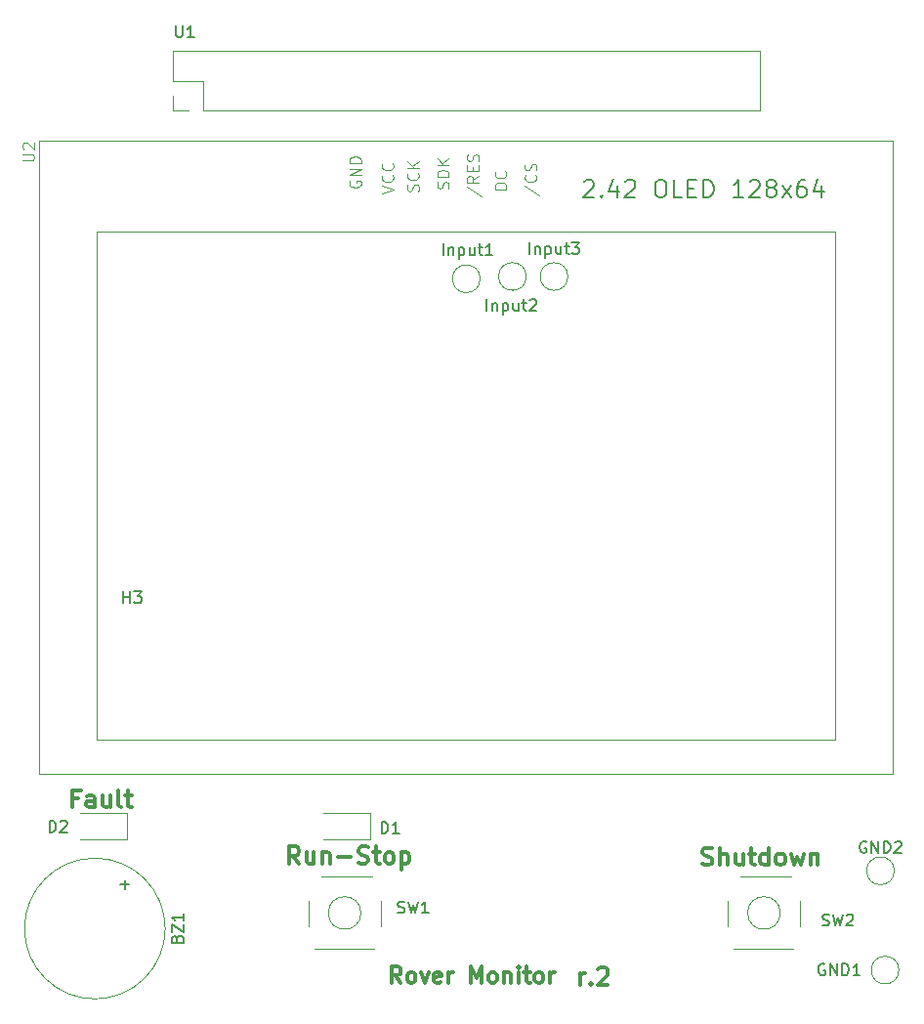
<source format=gbr>
%TF.GenerationSoftware,KiCad,Pcbnew,8.0.9-8.0.9-0~ubuntu24.04.1*%
%TF.CreationDate,2025-11-19T12:46:58-08:00*%
%TF.ProjectId,rover_monitor_r2,726f7665-725f-46d6-9f6e-69746f725f72,rev?*%
%TF.SameCoordinates,Original*%
%TF.FileFunction,Legend,Top*%
%TF.FilePolarity,Positive*%
%FSLAX46Y46*%
G04 Gerber Fmt 4.6, Leading zero omitted, Abs format (unit mm)*
G04 Created by KiCad (PCBNEW 8.0.9-8.0.9-0~ubuntu24.04.1) date 2025-11-19 12:46:58*
%MOMM*%
%LPD*%
G01*
G04 APERTURE LIST*
%ADD10C,0.300000*%
%ADD11C,0.150000*%
%ADD12C,0.100000*%
%ADD13C,0.200000*%
%ADD14C,0.120000*%
G04 APERTURE END LIST*
D10*
X51368110Y-128838314D02*
X50868110Y-128838314D01*
X50868110Y-129624028D02*
X50868110Y-128124028D01*
X50868110Y-128124028D02*
X51582396Y-128124028D01*
X52796682Y-129624028D02*
X52796682Y-128838314D01*
X52796682Y-128838314D02*
X52725253Y-128695457D01*
X52725253Y-128695457D02*
X52582396Y-128624028D01*
X52582396Y-128624028D02*
X52296682Y-128624028D01*
X52296682Y-128624028D02*
X52153824Y-128695457D01*
X52796682Y-129552600D02*
X52653824Y-129624028D01*
X52653824Y-129624028D02*
X52296682Y-129624028D01*
X52296682Y-129624028D02*
X52153824Y-129552600D01*
X52153824Y-129552600D02*
X52082396Y-129409742D01*
X52082396Y-129409742D02*
X52082396Y-129266885D01*
X52082396Y-129266885D02*
X52153824Y-129124028D01*
X52153824Y-129124028D02*
X52296682Y-129052600D01*
X52296682Y-129052600D02*
X52653824Y-129052600D01*
X52653824Y-129052600D02*
X52796682Y-128981171D01*
X54153825Y-128624028D02*
X54153825Y-129624028D01*
X53510967Y-128624028D02*
X53510967Y-129409742D01*
X53510967Y-129409742D02*
X53582396Y-129552600D01*
X53582396Y-129552600D02*
X53725253Y-129624028D01*
X53725253Y-129624028D02*
X53939539Y-129624028D01*
X53939539Y-129624028D02*
X54082396Y-129552600D01*
X54082396Y-129552600D02*
X54153825Y-129481171D01*
X55082396Y-129624028D02*
X54939539Y-129552600D01*
X54939539Y-129552600D02*
X54868110Y-129409742D01*
X54868110Y-129409742D02*
X54868110Y-128124028D01*
X55439539Y-128624028D02*
X56010967Y-128624028D01*
X55653824Y-128124028D02*
X55653824Y-129409742D01*
X55653824Y-129409742D02*
X55725253Y-129552600D01*
X55725253Y-129552600D02*
X55868110Y-129624028D01*
X55868110Y-129624028D02*
X56010967Y-129624028D01*
X94868110Y-145024028D02*
X94868110Y-144024028D01*
X94868110Y-144309742D02*
X94939539Y-144166885D01*
X94939539Y-144166885D02*
X95010968Y-144095457D01*
X95010968Y-144095457D02*
X95153825Y-144024028D01*
X95153825Y-144024028D02*
X95296682Y-144024028D01*
X95796681Y-144881171D02*
X95868110Y-144952600D01*
X95868110Y-144952600D02*
X95796681Y-145024028D01*
X95796681Y-145024028D02*
X95725253Y-144952600D01*
X95725253Y-144952600D02*
X95796681Y-144881171D01*
X95796681Y-144881171D02*
X95796681Y-145024028D01*
X96439539Y-143666885D02*
X96510967Y-143595457D01*
X96510967Y-143595457D02*
X96653825Y-143524028D01*
X96653825Y-143524028D02*
X97010967Y-143524028D01*
X97010967Y-143524028D02*
X97153825Y-143595457D01*
X97153825Y-143595457D02*
X97225253Y-143666885D01*
X97225253Y-143666885D02*
X97296682Y-143809742D01*
X97296682Y-143809742D02*
X97296682Y-143952600D01*
X97296682Y-143952600D02*
X97225253Y-144166885D01*
X97225253Y-144166885D02*
X96368110Y-145024028D01*
X96368110Y-145024028D02*
X97296682Y-145024028D01*
X70525253Y-134524028D02*
X70025253Y-133809742D01*
X69668110Y-134524028D02*
X69668110Y-133024028D01*
X69668110Y-133024028D02*
X70239539Y-133024028D01*
X70239539Y-133024028D02*
X70382396Y-133095457D01*
X70382396Y-133095457D02*
X70453825Y-133166885D01*
X70453825Y-133166885D02*
X70525253Y-133309742D01*
X70525253Y-133309742D02*
X70525253Y-133524028D01*
X70525253Y-133524028D02*
X70453825Y-133666885D01*
X70453825Y-133666885D02*
X70382396Y-133738314D01*
X70382396Y-133738314D02*
X70239539Y-133809742D01*
X70239539Y-133809742D02*
X69668110Y-133809742D01*
X71810968Y-133524028D02*
X71810968Y-134524028D01*
X71168110Y-133524028D02*
X71168110Y-134309742D01*
X71168110Y-134309742D02*
X71239539Y-134452600D01*
X71239539Y-134452600D02*
X71382396Y-134524028D01*
X71382396Y-134524028D02*
X71596682Y-134524028D01*
X71596682Y-134524028D02*
X71739539Y-134452600D01*
X71739539Y-134452600D02*
X71810968Y-134381171D01*
X72525253Y-133524028D02*
X72525253Y-134524028D01*
X72525253Y-133666885D02*
X72596682Y-133595457D01*
X72596682Y-133595457D02*
X72739539Y-133524028D01*
X72739539Y-133524028D02*
X72953825Y-133524028D01*
X72953825Y-133524028D02*
X73096682Y-133595457D01*
X73096682Y-133595457D02*
X73168111Y-133738314D01*
X73168111Y-133738314D02*
X73168111Y-134524028D01*
X73882396Y-133952600D02*
X75025254Y-133952600D01*
X75668111Y-134452600D02*
X75882397Y-134524028D01*
X75882397Y-134524028D02*
X76239539Y-134524028D01*
X76239539Y-134524028D02*
X76382397Y-134452600D01*
X76382397Y-134452600D02*
X76453825Y-134381171D01*
X76453825Y-134381171D02*
X76525254Y-134238314D01*
X76525254Y-134238314D02*
X76525254Y-134095457D01*
X76525254Y-134095457D02*
X76453825Y-133952600D01*
X76453825Y-133952600D02*
X76382397Y-133881171D01*
X76382397Y-133881171D02*
X76239539Y-133809742D01*
X76239539Y-133809742D02*
X75953825Y-133738314D01*
X75953825Y-133738314D02*
X75810968Y-133666885D01*
X75810968Y-133666885D02*
X75739539Y-133595457D01*
X75739539Y-133595457D02*
X75668111Y-133452600D01*
X75668111Y-133452600D02*
X75668111Y-133309742D01*
X75668111Y-133309742D02*
X75739539Y-133166885D01*
X75739539Y-133166885D02*
X75810968Y-133095457D01*
X75810968Y-133095457D02*
X75953825Y-133024028D01*
X75953825Y-133024028D02*
X76310968Y-133024028D01*
X76310968Y-133024028D02*
X76525254Y-133095457D01*
X76953825Y-133524028D02*
X77525253Y-133524028D01*
X77168110Y-133024028D02*
X77168110Y-134309742D01*
X77168110Y-134309742D02*
X77239539Y-134452600D01*
X77239539Y-134452600D02*
X77382396Y-134524028D01*
X77382396Y-134524028D02*
X77525253Y-134524028D01*
X78239539Y-134524028D02*
X78096682Y-134452600D01*
X78096682Y-134452600D02*
X78025253Y-134381171D01*
X78025253Y-134381171D02*
X77953825Y-134238314D01*
X77953825Y-134238314D02*
X77953825Y-133809742D01*
X77953825Y-133809742D02*
X78025253Y-133666885D01*
X78025253Y-133666885D02*
X78096682Y-133595457D01*
X78096682Y-133595457D02*
X78239539Y-133524028D01*
X78239539Y-133524028D02*
X78453825Y-133524028D01*
X78453825Y-133524028D02*
X78596682Y-133595457D01*
X78596682Y-133595457D02*
X78668111Y-133666885D01*
X78668111Y-133666885D02*
X78739539Y-133809742D01*
X78739539Y-133809742D02*
X78739539Y-134238314D01*
X78739539Y-134238314D02*
X78668111Y-134381171D01*
X78668111Y-134381171D02*
X78596682Y-134452600D01*
X78596682Y-134452600D02*
X78453825Y-134524028D01*
X78453825Y-134524028D02*
X78239539Y-134524028D01*
X79382396Y-133524028D02*
X79382396Y-135024028D01*
X79382396Y-133595457D02*
X79525254Y-133524028D01*
X79525254Y-133524028D02*
X79810968Y-133524028D01*
X79810968Y-133524028D02*
X79953825Y-133595457D01*
X79953825Y-133595457D02*
X80025254Y-133666885D01*
X80025254Y-133666885D02*
X80096682Y-133809742D01*
X80096682Y-133809742D02*
X80096682Y-134238314D01*
X80096682Y-134238314D02*
X80025254Y-134381171D01*
X80025254Y-134381171D02*
X79953825Y-134452600D01*
X79953825Y-134452600D02*
X79810968Y-134524028D01*
X79810968Y-134524028D02*
X79525254Y-134524028D01*
X79525254Y-134524028D02*
X79382396Y-134452600D01*
X79344301Y-144836266D02*
X78877634Y-144169600D01*
X78544301Y-144836266D02*
X78544301Y-143436266D01*
X78544301Y-143436266D02*
X79077634Y-143436266D01*
X79077634Y-143436266D02*
X79210968Y-143502933D01*
X79210968Y-143502933D02*
X79277634Y-143569600D01*
X79277634Y-143569600D02*
X79344301Y-143702933D01*
X79344301Y-143702933D02*
X79344301Y-143902933D01*
X79344301Y-143902933D02*
X79277634Y-144036266D01*
X79277634Y-144036266D02*
X79210968Y-144102933D01*
X79210968Y-144102933D02*
X79077634Y-144169600D01*
X79077634Y-144169600D02*
X78544301Y-144169600D01*
X80144301Y-144836266D02*
X80010968Y-144769600D01*
X80010968Y-144769600D02*
X79944301Y-144702933D01*
X79944301Y-144702933D02*
X79877634Y-144569600D01*
X79877634Y-144569600D02*
X79877634Y-144169600D01*
X79877634Y-144169600D02*
X79944301Y-144036266D01*
X79944301Y-144036266D02*
X80010968Y-143969600D01*
X80010968Y-143969600D02*
X80144301Y-143902933D01*
X80144301Y-143902933D02*
X80344301Y-143902933D01*
X80344301Y-143902933D02*
X80477634Y-143969600D01*
X80477634Y-143969600D02*
X80544301Y-144036266D01*
X80544301Y-144036266D02*
X80610968Y-144169600D01*
X80610968Y-144169600D02*
X80610968Y-144569600D01*
X80610968Y-144569600D02*
X80544301Y-144702933D01*
X80544301Y-144702933D02*
X80477634Y-144769600D01*
X80477634Y-144769600D02*
X80344301Y-144836266D01*
X80344301Y-144836266D02*
X80144301Y-144836266D01*
X81077635Y-143902933D02*
X81410968Y-144836266D01*
X81410968Y-144836266D02*
X81744301Y-143902933D01*
X82810968Y-144769600D02*
X82677635Y-144836266D01*
X82677635Y-144836266D02*
X82410968Y-144836266D01*
X82410968Y-144836266D02*
X82277635Y-144769600D01*
X82277635Y-144769600D02*
X82210968Y-144636266D01*
X82210968Y-144636266D02*
X82210968Y-144102933D01*
X82210968Y-144102933D02*
X82277635Y-143969600D01*
X82277635Y-143969600D02*
X82410968Y-143902933D01*
X82410968Y-143902933D02*
X82677635Y-143902933D01*
X82677635Y-143902933D02*
X82810968Y-143969600D01*
X82810968Y-143969600D02*
X82877635Y-144102933D01*
X82877635Y-144102933D02*
X82877635Y-144236266D01*
X82877635Y-144236266D02*
X82210968Y-144369600D01*
X83477635Y-144836266D02*
X83477635Y-143902933D01*
X83477635Y-144169600D02*
X83544302Y-144036266D01*
X83544302Y-144036266D02*
X83610968Y-143969600D01*
X83610968Y-143969600D02*
X83744302Y-143902933D01*
X83744302Y-143902933D02*
X83877635Y-143902933D01*
X85410969Y-144836266D02*
X85410969Y-143436266D01*
X85410969Y-143436266D02*
X85877636Y-144436266D01*
X85877636Y-144436266D02*
X86344302Y-143436266D01*
X86344302Y-143436266D02*
X86344302Y-144836266D01*
X87210969Y-144836266D02*
X87077636Y-144769600D01*
X87077636Y-144769600D02*
X87010969Y-144702933D01*
X87010969Y-144702933D02*
X86944302Y-144569600D01*
X86944302Y-144569600D02*
X86944302Y-144169600D01*
X86944302Y-144169600D02*
X87010969Y-144036266D01*
X87010969Y-144036266D02*
X87077636Y-143969600D01*
X87077636Y-143969600D02*
X87210969Y-143902933D01*
X87210969Y-143902933D02*
X87410969Y-143902933D01*
X87410969Y-143902933D02*
X87544302Y-143969600D01*
X87544302Y-143969600D02*
X87610969Y-144036266D01*
X87610969Y-144036266D02*
X87677636Y-144169600D01*
X87677636Y-144169600D02*
X87677636Y-144569600D01*
X87677636Y-144569600D02*
X87610969Y-144702933D01*
X87610969Y-144702933D02*
X87544302Y-144769600D01*
X87544302Y-144769600D02*
X87410969Y-144836266D01*
X87410969Y-144836266D02*
X87210969Y-144836266D01*
X88277636Y-143902933D02*
X88277636Y-144836266D01*
X88277636Y-144036266D02*
X88344303Y-143969600D01*
X88344303Y-143969600D02*
X88477636Y-143902933D01*
X88477636Y-143902933D02*
X88677636Y-143902933D01*
X88677636Y-143902933D02*
X88810969Y-143969600D01*
X88810969Y-143969600D02*
X88877636Y-144102933D01*
X88877636Y-144102933D02*
X88877636Y-144836266D01*
X89544303Y-144836266D02*
X89544303Y-143902933D01*
X89544303Y-143436266D02*
X89477636Y-143502933D01*
X89477636Y-143502933D02*
X89544303Y-143569600D01*
X89544303Y-143569600D02*
X89610970Y-143502933D01*
X89610970Y-143502933D02*
X89544303Y-143436266D01*
X89544303Y-143436266D02*
X89544303Y-143569600D01*
X90010970Y-143902933D02*
X90544303Y-143902933D01*
X90210970Y-143436266D02*
X90210970Y-144636266D01*
X90210970Y-144636266D02*
X90277637Y-144769600D01*
X90277637Y-144769600D02*
X90410970Y-144836266D01*
X90410970Y-144836266D02*
X90544303Y-144836266D01*
X91210970Y-144836266D02*
X91077637Y-144769600D01*
X91077637Y-144769600D02*
X91010970Y-144702933D01*
X91010970Y-144702933D02*
X90944303Y-144569600D01*
X90944303Y-144569600D02*
X90944303Y-144169600D01*
X90944303Y-144169600D02*
X91010970Y-144036266D01*
X91010970Y-144036266D02*
X91077637Y-143969600D01*
X91077637Y-143969600D02*
X91210970Y-143902933D01*
X91210970Y-143902933D02*
X91410970Y-143902933D01*
X91410970Y-143902933D02*
X91544303Y-143969600D01*
X91544303Y-143969600D02*
X91610970Y-144036266D01*
X91610970Y-144036266D02*
X91677637Y-144169600D01*
X91677637Y-144169600D02*
X91677637Y-144569600D01*
X91677637Y-144569600D02*
X91610970Y-144702933D01*
X91610970Y-144702933D02*
X91544303Y-144769600D01*
X91544303Y-144769600D02*
X91410970Y-144836266D01*
X91410970Y-144836266D02*
X91210970Y-144836266D01*
X92277637Y-144836266D02*
X92277637Y-143902933D01*
X92277637Y-144169600D02*
X92344304Y-144036266D01*
X92344304Y-144036266D02*
X92410970Y-143969600D01*
X92410970Y-143969600D02*
X92544304Y-143902933D01*
X92544304Y-143902933D02*
X92677637Y-143902933D01*
X105496682Y-134552600D02*
X105710968Y-134624028D01*
X105710968Y-134624028D02*
X106068110Y-134624028D01*
X106068110Y-134624028D02*
X106210968Y-134552600D01*
X106210968Y-134552600D02*
X106282396Y-134481171D01*
X106282396Y-134481171D02*
X106353825Y-134338314D01*
X106353825Y-134338314D02*
X106353825Y-134195457D01*
X106353825Y-134195457D02*
X106282396Y-134052600D01*
X106282396Y-134052600D02*
X106210968Y-133981171D01*
X106210968Y-133981171D02*
X106068110Y-133909742D01*
X106068110Y-133909742D02*
X105782396Y-133838314D01*
X105782396Y-133838314D02*
X105639539Y-133766885D01*
X105639539Y-133766885D02*
X105568110Y-133695457D01*
X105568110Y-133695457D02*
X105496682Y-133552600D01*
X105496682Y-133552600D02*
X105496682Y-133409742D01*
X105496682Y-133409742D02*
X105568110Y-133266885D01*
X105568110Y-133266885D02*
X105639539Y-133195457D01*
X105639539Y-133195457D02*
X105782396Y-133124028D01*
X105782396Y-133124028D02*
X106139539Y-133124028D01*
X106139539Y-133124028D02*
X106353825Y-133195457D01*
X106996681Y-134624028D02*
X106996681Y-133124028D01*
X107639539Y-134624028D02*
X107639539Y-133838314D01*
X107639539Y-133838314D02*
X107568110Y-133695457D01*
X107568110Y-133695457D02*
X107425253Y-133624028D01*
X107425253Y-133624028D02*
X107210967Y-133624028D01*
X107210967Y-133624028D02*
X107068110Y-133695457D01*
X107068110Y-133695457D02*
X106996681Y-133766885D01*
X108996682Y-133624028D02*
X108996682Y-134624028D01*
X108353824Y-133624028D02*
X108353824Y-134409742D01*
X108353824Y-134409742D02*
X108425253Y-134552600D01*
X108425253Y-134552600D02*
X108568110Y-134624028D01*
X108568110Y-134624028D02*
X108782396Y-134624028D01*
X108782396Y-134624028D02*
X108925253Y-134552600D01*
X108925253Y-134552600D02*
X108996682Y-134481171D01*
X109496682Y-133624028D02*
X110068110Y-133624028D01*
X109710967Y-133124028D02*
X109710967Y-134409742D01*
X109710967Y-134409742D02*
X109782396Y-134552600D01*
X109782396Y-134552600D02*
X109925253Y-134624028D01*
X109925253Y-134624028D02*
X110068110Y-134624028D01*
X111210968Y-134624028D02*
X111210968Y-133124028D01*
X111210968Y-134552600D02*
X111068110Y-134624028D01*
X111068110Y-134624028D02*
X110782396Y-134624028D01*
X110782396Y-134624028D02*
X110639539Y-134552600D01*
X110639539Y-134552600D02*
X110568110Y-134481171D01*
X110568110Y-134481171D02*
X110496682Y-134338314D01*
X110496682Y-134338314D02*
X110496682Y-133909742D01*
X110496682Y-133909742D02*
X110568110Y-133766885D01*
X110568110Y-133766885D02*
X110639539Y-133695457D01*
X110639539Y-133695457D02*
X110782396Y-133624028D01*
X110782396Y-133624028D02*
X111068110Y-133624028D01*
X111068110Y-133624028D02*
X111210968Y-133695457D01*
X112139539Y-134624028D02*
X111996682Y-134552600D01*
X111996682Y-134552600D02*
X111925253Y-134481171D01*
X111925253Y-134481171D02*
X111853825Y-134338314D01*
X111853825Y-134338314D02*
X111853825Y-133909742D01*
X111853825Y-133909742D02*
X111925253Y-133766885D01*
X111925253Y-133766885D02*
X111996682Y-133695457D01*
X111996682Y-133695457D02*
X112139539Y-133624028D01*
X112139539Y-133624028D02*
X112353825Y-133624028D01*
X112353825Y-133624028D02*
X112496682Y-133695457D01*
X112496682Y-133695457D02*
X112568111Y-133766885D01*
X112568111Y-133766885D02*
X112639539Y-133909742D01*
X112639539Y-133909742D02*
X112639539Y-134338314D01*
X112639539Y-134338314D02*
X112568111Y-134481171D01*
X112568111Y-134481171D02*
X112496682Y-134552600D01*
X112496682Y-134552600D02*
X112353825Y-134624028D01*
X112353825Y-134624028D02*
X112139539Y-134624028D01*
X113139539Y-133624028D02*
X113425254Y-134624028D01*
X113425254Y-134624028D02*
X113710968Y-133909742D01*
X113710968Y-133909742D02*
X113996682Y-134624028D01*
X113996682Y-134624028D02*
X114282396Y-133624028D01*
X114853825Y-133624028D02*
X114853825Y-134624028D01*
X114853825Y-133766885D02*
X114925254Y-133695457D01*
X114925254Y-133695457D02*
X115068111Y-133624028D01*
X115068111Y-133624028D02*
X115282397Y-133624028D01*
X115282397Y-133624028D02*
X115425254Y-133695457D01*
X115425254Y-133695457D02*
X115496683Y-133838314D01*
X115496683Y-133838314D02*
X115496683Y-134624028D01*
D11*
X59944609Y-141004152D02*
X59992228Y-140861295D01*
X59992228Y-140861295D02*
X60039847Y-140813676D01*
X60039847Y-140813676D02*
X60135085Y-140766057D01*
X60135085Y-140766057D02*
X60277942Y-140766057D01*
X60277942Y-140766057D02*
X60373180Y-140813676D01*
X60373180Y-140813676D02*
X60420800Y-140861295D01*
X60420800Y-140861295D02*
X60468419Y-140956533D01*
X60468419Y-140956533D02*
X60468419Y-141337485D01*
X60468419Y-141337485D02*
X59468419Y-141337485D01*
X59468419Y-141337485D02*
X59468419Y-141004152D01*
X59468419Y-141004152D02*
X59516038Y-140908914D01*
X59516038Y-140908914D02*
X59563657Y-140861295D01*
X59563657Y-140861295D02*
X59658895Y-140813676D01*
X59658895Y-140813676D02*
X59754133Y-140813676D01*
X59754133Y-140813676D02*
X59849371Y-140861295D01*
X59849371Y-140861295D02*
X59896990Y-140908914D01*
X59896990Y-140908914D02*
X59944609Y-141004152D01*
X59944609Y-141004152D02*
X59944609Y-141337485D01*
X59468419Y-140432723D02*
X59468419Y-139766057D01*
X59468419Y-139766057D02*
X60468419Y-140432723D01*
X60468419Y-140432723D02*
X60468419Y-139766057D01*
X60468419Y-138861295D02*
X60468419Y-139432723D01*
X60468419Y-139147009D02*
X59468419Y-139147009D01*
X59468419Y-139147009D02*
X59611276Y-139242247D01*
X59611276Y-139242247D02*
X59706514Y-139337485D01*
X59706514Y-139337485D02*
X59754133Y-139432723D01*
X55427466Y-136694151D02*
X55427466Y-135932247D01*
X55808419Y-136313199D02*
X55046514Y-136313199D01*
X116075504Y-143225638D02*
X115980266Y-143178019D01*
X115980266Y-143178019D02*
X115837409Y-143178019D01*
X115837409Y-143178019D02*
X115694552Y-143225638D01*
X115694552Y-143225638D02*
X115599314Y-143320876D01*
X115599314Y-143320876D02*
X115551695Y-143416114D01*
X115551695Y-143416114D02*
X115504076Y-143606590D01*
X115504076Y-143606590D02*
X115504076Y-143749447D01*
X115504076Y-143749447D02*
X115551695Y-143939923D01*
X115551695Y-143939923D02*
X115599314Y-144035161D01*
X115599314Y-144035161D02*
X115694552Y-144130400D01*
X115694552Y-144130400D02*
X115837409Y-144178019D01*
X115837409Y-144178019D02*
X115932647Y-144178019D01*
X115932647Y-144178019D02*
X116075504Y-144130400D01*
X116075504Y-144130400D02*
X116123123Y-144082780D01*
X116123123Y-144082780D02*
X116123123Y-143749447D01*
X116123123Y-143749447D02*
X115932647Y-143749447D01*
X116551695Y-144178019D02*
X116551695Y-143178019D01*
X116551695Y-143178019D02*
X117123123Y-144178019D01*
X117123123Y-144178019D02*
X117123123Y-143178019D01*
X117599314Y-144178019D02*
X117599314Y-143178019D01*
X117599314Y-143178019D02*
X117837409Y-143178019D01*
X117837409Y-143178019D02*
X117980266Y-143225638D01*
X117980266Y-143225638D02*
X118075504Y-143320876D01*
X118075504Y-143320876D02*
X118123123Y-143416114D01*
X118123123Y-143416114D02*
X118170742Y-143606590D01*
X118170742Y-143606590D02*
X118170742Y-143749447D01*
X118170742Y-143749447D02*
X118123123Y-143939923D01*
X118123123Y-143939923D02*
X118075504Y-144035161D01*
X118075504Y-144035161D02*
X117980266Y-144130400D01*
X117980266Y-144130400D02*
X117837409Y-144178019D01*
X117837409Y-144178019D02*
X117599314Y-144178019D01*
X119123123Y-144178019D02*
X118551695Y-144178019D01*
X118837409Y-144178019D02*
X118837409Y-143178019D01*
X118837409Y-143178019D02*
X118742171Y-143320876D01*
X118742171Y-143320876D02*
X118646933Y-143416114D01*
X118646933Y-143416114D02*
X118551695Y-143463733D01*
X82994552Y-81778019D02*
X82994552Y-80778019D01*
X83470742Y-81111352D02*
X83470742Y-81778019D01*
X83470742Y-81206590D02*
X83518361Y-81158971D01*
X83518361Y-81158971D02*
X83613599Y-81111352D01*
X83613599Y-81111352D02*
X83756456Y-81111352D01*
X83756456Y-81111352D02*
X83851694Y-81158971D01*
X83851694Y-81158971D02*
X83899313Y-81254209D01*
X83899313Y-81254209D02*
X83899313Y-81778019D01*
X84375504Y-81111352D02*
X84375504Y-82111352D01*
X84375504Y-81158971D02*
X84470742Y-81111352D01*
X84470742Y-81111352D02*
X84661218Y-81111352D01*
X84661218Y-81111352D02*
X84756456Y-81158971D01*
X84756456Y-81158971D02*
X84804075Y-81206590D01*
X84804075Y-81206590D02*
X84851694Y-81301828D01*
X84851694Y-81301828D02*
X84851694Y-81587542D01*
X84851694Y-81587542D02*
X84804075Y-81682780D01*
X84804075Y-81682780D02*
X84756456Y-81730400D01*
X84756456Y-81730400D02*
X84661218Y-81778019D01*
X84661218Y-81778019D02*
X84470742Y-81778019D01*
X84470742Y-81778019D02*
X84375504Y-81730400D01*
X85708837Y-81111352D02*
X85708837Y-81778019D01*
X85280266Y-81111352D02*
X85280266Y-81635161D01*
X85280266Y-81635161D02*
X85327885Y-81730400D01*
X85327885Y-81730400D02*
X85423123Y-81778019D01*
X85423123Y-81778019D02*
X85565980Y-81778019D01*
X85565980Y-81778019D02*
X85661218Y-81730400D01*
X85661218Y-81730400D02*
X85708837Y-81682780D01*
X86042171Y-81111352D02*
X86423123Y-81111352D01*
X86185028Y-80778019D02*
X86185028Y-81635161D01*
X86185028Y-81635161D02*
X86232647Y-81730400D01*
X86232647Y-81730400D02*
X86327885Y-81778019D01*
X86327885Y-81778019D02*
X86423123Y-81778019D01*
X87280266Y-81778019D02*
X86708838Y-81778019D01*
X86994552Y-81778019D02*
X86994552Y-80778019D01*
X86994552Y-80778019D02*
X86899314Y-80920876D01*
X86899314Y-80920876D02*
X86804076Y-81016114D01*
X86804076Y-81016114D02*
X86708838Y-81063733D01*
X48875505Y-131778019D02*
X48875505Y-130778019D01*
X48875505Y-130778019D02*
X49113600Y-130778019D01*
X49113600Y-130778019D02*
X49256457Y-130825638D01*
X49256457Y-130825638D02*
X49351695Y-130920876D01*
X49351695Y-130920876D02*
X49399314Y-131016114D01*
X49399314Y-131016114D02*
X49446933Y-131206590D01*
X49446933Y-131206590D02*
X49446933Y-131349447D01*
X49446933Y-131349447D02*
X49399314Y-131539923D01*
X49399314Y-131539923D02*
X49351695Y-131635161D01*
X49351695Y-131635161D02*
X49256457Y-131730400D01*
X49256457Y-131730400D02*
X49113600Y-131778019D01*
X49113600Y-131778019D02*
X48875505Y-131778019D01*
X49827886Y-130873257D02*
X49875505Y-130825638D01*
X49875505Y-130825638D02*
X49970743Y-130778019D01*
X49970743Y-130778019D02*
X50208838Y-130778019D01*
X50208838Y-130778019D02*
X50304076Y-130825638D01*
X50304076Y-130825638D02*
X50351695Y-130873257D01*
X50351695Y-130873257D02*
X50399314Y-130968495D01*
X50399314Y-130968495D02*
X50399314Y-131063733D01*
X50399314Y-131063733D02*
X50351695Y-131206590D01*
X50351695Y-131206590D02*
X49780267Y-131778019D01*
X49780267Y-131778019D02*
X50399314Y-131778019D01*
X55281695Y-111928019D02*
X55281695Y-110928019D01*
X55281695Y-111404209D02*
X55853123Y-111404209D01*
X55853123Y-111928019D02*
X55853123Y-110928019D01*
X56234076Y-110928019D02*
X56853123Y-110928019D01*
X56853123Y-110928019D02*
X56519790Y-111308971D01*
X56519790Y-111308971D02*
X56662647Y-111308971D01*
X56662647Y-111308971D02*
X56757885Y-111356590D01*
X56757885Y-111356590D02*
X56805504Y-111404209D01*
X56805504Y-111404209D02*
X56853123Y-111499447D01*
X56853123Y-111499447D02*
X56853123Y-111737542D01*
X56853123Y-111737542D02*
X56805504Y-111832780D01*
X56805504Y-111832780D02*
X56757885Y-111880400D01*
X56757885Y-111880400D02*
X56662647Y-111928019D01*
X56662647Y-111928019D02*
X56376933Y-111928019D01*
X56376933Y-111928019D02*
X56281695Y-111880400D01*
X56281695Y-111880400D02*
X56234076Y-111832780D01*
X119675504Y-132627638D02*
X119580266Y-132580019D01*
X119580266Y-132580019D02*
X119437409Y-132580019D01*
X119437409Y-132580019D02*
X119294552Y-132627638D01*
X119294552Y-132627638D02*
X119199314Y-132722876D01*
X119199314Y-132722876D02*
X119151695Y-132818114D01*
X119151695Y-132818114D02*
X119104076Y-133008590D01*
X119104076Y-133008590D02*
X119104076Y-133151447D01*
X119104076Y-133151447D02*
X119151695Y-133341923D01*
X119151695Y-133341923D02*
X119199314Y-133437161D01*
X119199314Y-133437161D02*
X119294552Y-133532400D01*
X119294552Y-133532400D02*
X119437409Y-133580019D01*
X119437409Y-133580019D02*
X119532647Y-133580019D01*
X119532647Y-133580019D02*
X119675504Y-133532400D01*
X119675504Y-133532400D02*
X119723123Y-133484780D01*
X119723123Y-133484780D02*
X119723123Y-133151447D01*
X119723123Y-133151447D02*
X119532647Y-133151447D01*
X120151695Y-133580019D02*
X120151695Y-132580019D01*
X120151695Y-132580019D02*
X120723123Y-133580019D01*
X120723123Y-133580019D02*
X120723123Y-132580019D01*
X121199314Y-133580019D02*
X121199314Y-132580019D01*
X121199314Y-132580019D02*
X121437409Y-132580019D01*
X121437409Y-132580019D02*
X121580266Y-132627638D01*
X121580266Y-132627638D02*
X121675504Y-132722876D01*
X121675504Y-132722876D02*
X121723123Y-132818114D01*
X121723123Y-132818114D02*
X121770742Y-133008590D01*
X121770742Y-133008590D02*
X121770742Y-133151447D01*
X121770742Y-133151447D02*
X121723123Y-133341923D01*
X121723123Y-133341923D02*
X121675504Y-133437161D01*
X121675504Y-133437161D02*
X121580266Y-133532400D01*
X121580266Y-133532400D02*
X121437409Y-133580019D01*
X121437409Y-133580019D02*
X121199314Y-133580019D01*
X122151695Y-132675257D02*
X122199314Y-132627638D01*
X122199314Y-132627638D02*
X122294552Y-132580019D01*
X122294552Y-132580019D02*
X122532647Y-132580019D01*
X122532647Y-132580019D02*
X122627885Y-132627638D01*
X122627885Y-132627638D02*
X122675504Y-132675257D01*
X122675504Y-132675257D02*
X122723123Y-132770495D01*
X122723123Y-132770495D02*
X122723123Y-132865733D01*
X122723123Y-132865733D02*
X122675504Y-133008590D01*
X122675504Y-133008590D02*
X122104076Y-133580019D01*
X122104076Y-133580019D02*
X122723123Y-133580019D01*
X115880267Y-139830400D02*
X116023124Y-139878019D01*
X116023124Y-139878019D02*
X116261219Y-139878019D01*
X116261219Y-139878019D02*
X116356457Y-139830400D01*
X116356457Y-139830400D02*
X116404076Y-139782780D01*
X116404076Y-139782780D02*
X116451695Y-139687542D01*
X116451695Y-139687542D02*
X116451695Y-139592304D01*
X116451695Y-139592304D02*
X116404076Y-139497066D01*
X116404076Y-139497066D02*
X116356457Y-139449447D01*
X116356457Y-139449447D02*
X116261219Y-139401828D01*
X116261219Y-139401828D02*
X116070743Y-139354209D01*
X116070743Y-139354209D02*
X115975505Y-139306590D01*
X115975505Y-139306590D02*
X115927886Y-139258971D01*
X115927886Y-139258971D02*
X115880267Y-139163733D01*
X115880267Y-139163733D02*
X115880267Y-139068495D01*
X115880267Y-139068495D02*
X115927886Y-138973257D01*
X115927886Y-138973257D02*
X115975505Y-138925638D01*
X115975505Y-138925638D02*
X116070743Y-138878019D01*
X116070743Y-138878019D02*
X116308838Y-138878019D01*
X116308838Y-138878019D02*
X116451695Y-138925638D01*
X116785029Y-138878019D02*
X117023124Y-139878019D01*
X117023124Y-139878019D02*
X117213600Y-139163733D01*
X117213600Y-139163733D02*
X117404076Y-139878019D01*
X117404076Y-139878019D02*
X117642172Y-138878019D01*
X117975505Y-138973257D02*
X118023124Y-138925638D01*
X118023124Y-138925638D02*
X118118362Y-138878019D01*
X118118362Y-138878019D02*
X118356457Y-138878019D01*
X118356457Y-138878019D02*
X118451695Y-138925638D01*
X118451695Y-138925638D02*
X118499314Y-138973257D01*
X118499314Y-138973257D02*
X118546933Y-139068495D01*
X118546933Y-139068495D02*
X118546933Y-139163733D01*
X118546933Y-139163733D02*
X118499314Y-139306590D01*
X118499314Y-139306590D02*
X117927886Y-139878019D01*
X117927886Y-139878019D02*
X118546933Y-139878019D01*
X59851695Y-61878019D02*
X59851695Y-62687542D01*
X59851695Y-62687542D02*
X59899314Y-62782780D01*
X59899314Y-62782780D02*
X59946933Y-62830400D01*
X59946933Y-62830400D02*
X60042171Y-62878019D01*
X60042171Y-62878019D02*
X60232647Y-62878019D01*
X60232647Y-62878019D02*
X60327885Y-62830400D01*
X60327885Y-62830400D02*
X60375504Y-62782780D01*
X60375504Y-62782780D02*
X60423123Y-62687542D01*
X60423123Y-62687542D02*
X60423123Y-61878019D01*
X61423123Y-62878019D02*
X60851695Y-62878019D01*
X61137409Y-62878019D02*
X61137409Y-61878019D01*
X61137409Y-61878019D02*
X61042171Y-62020876D01*
X61042171Y-62020876D02*
X60946933Y-62116114D01*
X60946933Y-62116114D02*
X60851695Y-62163733D01*
X90494552Y-81678019D02*
X90494552Y-80678019D01*
X90970742Y-81011352D02*
X90970742Y-81678019D01*
X90970742Y-81106590D02*
X91018361Y-81058971D01*
X91018361Y-81058971D02*
X91113599Y-81011352D01*
X91113599Y-81011352D02*
X91256456Y-81011352D01*
X91256456Y-81011352D02*
X91351694Y-81058971D01*
X91351694Y-81058971D02*
X91399313Y-81154209D01*
X91399313Y-81154209D02*
X91399313Y-81678019D01*
X91875504Y-81011352D02*
X91875504Y-82011352D01*
X91875504Y-81058971D02*
X91970742Y-81011352D01*
X91970742Y-81011352D02*
X92161218Y-81011352D01*
X92161218Y-81011352D02*
X92256456Y-81058971D01*
X92256456Y-81058971D02*
X92304075Y-81106590D01*
X92304075Y-81106590D02*
X92351694Y-81201828D01*
X92351694Y-81201828D02*
X92351694Y-81487542D01*
X92351694Y-81487542D02*
X92304075Y-81582780D01*
X92304075Y-81582780D02*
X92256456Y-81630400D01*
X92256456Y-81630400D02*
X92161218Y-81678019D01*
X92161218Y-81678019D02*
X91970742Y-81678019D01*
X91970742Y-81678019D02*
X91875504Y-81630400D01*
X93208837Y-81011352D02*
X93208837Y-81678019D01*
X92780266Y-81011352D02*
X92780266Y-81535161D01*
X92780266Y-81535161D02*
X92827885Y-81630400D01*
X92827885Y-81630400D02*
X92923123Y-81678019D01*
X92923123Y-81678019D02*
X93065980Y-81678019D01*
X93065980Y-81678019D02*
X93161218Y-81630400D01*
X93161218Y-81630400D02*
X93208837Y-81582780D01*
X93542171Y-81011352D02*
X93923123Y-81011352D01*
X93685028Y-80678019D02*
X93685028Y-81535161D01*
X93685028Y-81535161D02*
X93732647Y-81630400D01*
X93732647Y-81630400D02*
X93827885Y-81678019D01*
X93827885Y-81678019D02*
X93923123Y-81678019D01*
X94161219Y-80678019D02*
X94780266Y-80678019D01*
X94780266Y-80678019D02*
X94446933Y-81058971D01*
X94446933Y-81058971D02*
X94589790Y-81058971D01*
X94589790Y-81058971D02*
X94685028Y-81106590D01*
X94685028Y-81106590D02*
X94732647Y-81154209D01*
X94732647Y-81154209D02*
X94780266Y-81249447D01*
X94780266Y-81249447D02*
X94780266Y-81487542D01*
X94780266Y-81487542D02*
X94732647Y-81582780D01*
X94732647Y-81582780D02*
X94685028Y-81630400D01*
X94685028Y-81630400D02*
X94589790Y-81678019D01*
X94589790Y-81678019D02*
X94304076Y-81678019D01*
X94304076Y-81678019D02*
X94208838Y-81630400D01*
X94208838Y-81630400D02*
X94161219Y-81582780D01*
X86794552Y-86578019D02*
X86794552Y-85578019D01*
X87270742Y-85911352D02*
X87270742Y-86578019D01*
X87270742Y-86006590D02*
X87318361Y-85958971D01*
X87318361Y-85958971D02*
X87413599Y-85911352D01*
X87413599Y-85911352D02*
X87556456Y-85911352D01*
X87556456Y-85911352D02*
X87651694Y-85958971D01*
X87651694Y-85958971D02*
X87699313Y-86054209D01*
X87699313Y-86054209D02*
X87699313Y-86578019D01*
X88175504Y-85911352D02*
X88175504Y-86911352D01*
X88175504Y-85958971D02*
X88270742Y-85911352D01*
X88270742Y-85911352D02*
X88461218Y-85911352D01*
X88461218Y-85911352D02*
X88556456Y-85958971D01*
X88556456Y-85958971D02*
X88604075Y-86006590D01*
X88604075Y-86006590D02*
X88651694Y-86101828D01*
X88651694Y-86101828D02*
X88651694Y-86387542D01*
X88651694Y-86387542D02*
X88604075Y-86482780D01*
X88604075Y-86482780D02*
X88556456Y-86530400D01*
X88556456Y-86530400D02*
X88461218Y-86578019D01*
X88461218Y-86578019D02*
X88270742Y-86578019D01*
X88270742Y-86578019D02*
X88175504Y-86530400D01*
X89508837Y-85911352D02*
X89508837Y-86578019D01*
X89080266Y-85911352D02*
X89080266Y-86435161D01*
X89080266Y-86435161D02*
X89127885Y-86530400D01*
X89127885Y-86530400D02*
X89223123Y-86578019D01*
X89223123Y-86578019D02*
X89365980Y-86578019D01*
X89365980Y-86578019D02*
X89461218Y-86530400D01*
X89461218Y-86530400D02*
X89508837Y-86482780D01*
X89842171Y-85911352D02*
X90223123Y-85911352D01*
X89985028Y-85578019D02*
X89985028Y-86435161D01*
X89985028Y-86435161D02*
X90032647Y-86530400D01*
X90032647Y-86530400D02*
X90127885Y-86578019D01*
X90127885Y-86578019D02*
X90223123Y-86578019D01*
X90508838Y-85673257D02*
X90556457Y-85625638D01*
X90556457Y-85625638D02*
X90651695Y-85578019D01*
X90651695Y-85578019D02*
X90889790Y-85578019D01*
X90889790Y-85578019D02*
X90985028Y-85625638D01*
X90985028Y-85625638D02*
X91032647Y-85673257D01*
X91032647Y-85673257D02*
X91080266Y-85768495D01*
X91080266Y-85768495D02*
X91080266Y-85863733D01*
X91080266Y-85863733D02*
X91032647Y-86006590D01*
X91032647Y-86006590D02*
X90461219Y-86578019D01*
X90461219Y-86578019D02*
X91080266Y-86578019D01*
X79080267Y-138730400D02*
X79223124Y-138778019D01*
X79223124Y-138778019D02*
X79461219Y-138778019D01*
X79461219Y-138778019D02*
X79556457Y-138730400D01*
X79556457Y-138730400D02*
X79604076Y-138682780D01*
X79604076Y-138682780D02*
X79651695Y-138587542D01*
X79651695Y-138587542D02*
X79651695Y-138492304D01*
X79651695Y-138492304D02*
X79604076Y-138397066D01*
X79604076Y-138397066D02*
X79556457Y-138349447D01*
X79556457Y-138349447D02*
X79461219Y-138301828D01*
X79461219Y-138301828D02*
X79270743Y-138254209D01*
X79270743Y-138254209D02*
X79175505Y-138206590D01*
X79175505Y-138206590D02*
X79127886Y-138158971D01*
X79127886Y-138158971D02*
X79080267Y-138063733D01*
X79080267Y-138063733D02*
X79080267Y-137968495D01*
X79080267Y-137968495D02*
X79127886Y-137873257D01*
X79127886Y-137873257D02*
X79175505Y-137825638D01*
X79175505Y-137825638D02*
X79270743Y-137778019D01*
X79270743Y-137778019D02*
X79508838Y-137778019D01*
X79508838Y-137778019D02*
X79651695Y-137825638D01*
X79985029Y-137778019D02*
X80223124Y-138778019D01*
X80223124Y-138778019D02*
X80413600Y-138063733D01*
X80413600Y-138063733D02*
X80604076Y-138778019D01*
X80604076Y-138778019D02*
X80842172Y-137778019D01*
X81746933Y-138778019D02*
X81175505Y-138778019D01*
X81461219Y-138778019D02*
X81461219Y-137778019D01*
X81461219Y-137778019D02*
X81365981Y-137920876D01*
X81365981Y-137920876D02*
X81270743Y-138016114D01*
X81270743Y-138016114D02*
X81175505Y-138063733D01*
X77675505Y-131878019D02*
X77675505Y-130878019D01*
X77675505Y-130878019D02*
X77913600Y-130878019D01*
X77913600Y-130878019D02*
X78056457Y-130925638D01*
X78056457Y-130925638D02*
X78151695Y-131020876D01*
X78151695Y-131020876D02*
X78199314Y-131116114D01*
X78199314Y-131116114D02*
X78246933Y-131306590D01*
X78246933Y-131306590D02*
X78246933Y-131449447D01*
X78246933Y-131449447D02*
X78199314Y-131639923D01*
X78199314Y-131639923D02*
X78151695Y-131735161D01*
X78151695Y-131735161D02*
X78056457Y-131830400D01*
X78056457Y-131830400D02*
X77913600Y-131878019D01*
X77913600Y-131878019D02*
X77675505Y-131878019D01*
X79199314Y-131878019D02*
X78627886Y-131878019D01*
X78913600Y-131878019D02*
X78913600Y-130878019D01*
X78913600Y-130878019D02*
X78818362Y-131020876D01*
X78818362Y-131020876D02*
X78723124Y-131116114D01*
X78723124Y-131116114D02*
X78627886Y-131163733D01*
D12*
X46551019Y-73585104D02*
X47360542Y-73585104D01*
X47360542Y-73585104D02*
X47455780Y-73537485D01*
X47455780Y-73537485D02*
X47503400Y-73489866D01*
X47503400Y-73489866D02*
X47551019Y-73394628D01*
X47551019Y-73394628D02*
X47551019Y-73204152D01*
X47551019Y-73204152D02*
X47503400Y-73108914D01*
X47503400Y-73108914D02*
X47455780Y-73061295D01*
X47455780Y-73061295D02*
X47360542Y-73013676D01*
X47360542Y-73013676D02*
X46551019Y-73013676D01*
X46646257Y-72585104D02*
X46598638Y-72537485D01*
X46598638Y-72537485D02*
X46551019Y-72442247D01*
X46551019Y-72442247D02*
X46551019Y-72204152D01*
X46551019Y-72204152D02*
X46598638Y-72108914D01*
X46598638Y-72108914D02*
X46646257Y-72061295D01*
X46646257Y-72061295D02*
X46741495Y-72013676D01*
X46741495Y-72013676D02*
X46836733Y-72013676D01*
X46836733Y-72013676D02*
X46979590Y-72061295D01*
X46979590Y-72061295D02*
X47551019Y-72632723D01*
X47551019Y-72632723D02*
X47551019Y-72013676D01*
X83438400Y-75979950D02*
X83486019Y-75837093D01*
X83486019Y-75837093D02*
X83486019Y-75598998D01*
X83486019Y-75598998D02*
X83438400Y-75503760D01*
X83438400Y-75503760D02*
X83390780Y-75456141D01*
X83390780Y-75456141D02*
X83295542Y-75408522D01*
X83295542Y-75408522D02*
X83200304Y-75408522D01*
X83200304Y-75408522D02*
X83105066Y-75456141D01*
X83105066Y-75456141D02*
X83057447Y-75503760D01*
X83057447Y-75503760D02*
X83009828Y-75598998D01*
X83009828Y-75598998D02*
X82962209Y-75789474D01*
X82962209Y-75789474D02*
X82914590Y-75884712D01*
X82914590Y-75884712D02*
X82866971Y-75932331D01*
X82866971Y-75932331D02*
X82771733Y-75979950D01*
X82771733Y-75979950D02*
X82676495Y-75979950D01*
X82676495Y-75979950D02*
X82581257Y-75932331D01*
X82581257Y-75932331D02*
X82533638Y-75884712D01*
X82533638Y-75884712D02*
X82486019Y-75789474D01*
X82486019Y-75789474D02*
X82486019Y-75551379D01*
X82486019Y-75551379D02*
X82533638Y-75408522D01*
X83486019Y-74979950D02*
X82486019Y-74979950D01*
X82486019Y-74979950D02*
X82486019Y-74741855D01*
X82486019Y-74741855D02*
X82533638Y-74598998D01*
X82533638Y-74598998D02*
X82628876Y-74503760D01*
X82628876Y-74503760D02*
X82724114Y-74456141D01*
X82724114Y-74456141D02*
X82914590Y-74408522D01*
X82914590Y-74408522D02*
X83057447Y-74408522D01*
X83057447Y-74408522D02*
X83247923Y-74456141D01*
X83247923Y-74456141D02*
X83343161Y-74503760D01*
X83343161Y-74503760D02*
X83438400Y-74598998D01*
X83438400Y-74598998D02*
X83486019Y-74741855D01*
X83486019Y-74741855D02*
X83486019Y-74979950D01*
X83486019Y-73979950D02*
X82486019Y-73979950D01*
X83486019Y-73408522D02*
X82914590Y-73837093D01*
X82486019Y-73408522D02*
X83057447Y-73979950D01*
X88486019Y-76059315D02*
X87486019Y-76059315D01*
X87486019Y-76059315D02*
X87486019Y-75821220D01*
X87486019Y-75821220D02*
X87533638Y-75678363D01*
X87533638Y-75678363D02*
X87628876Y-75583125D01*
X87628876Y-75583125D02*
X87724114Y-75535506D01*
X87724114Y-75535506D02*
X87914590Y-75487887D01*
X87914590Y-75487887D02*
X88057447Y-75487887D01*
X88057447Y-75487887D02*
X88247923Y-75535506D01*
X88247923Y-75535506D02*
X88343161Y-75583125D01*
X88343161Y-75583125D02*
X88438400Y-75678363D01*
X88438400Y-75678363D02*
X88486019Y-75821220D01*
X88486019Y-75821220D02*
X88486019Y-76059315D01*
X88390780Y-74487887D02*
X88438400Y-74535506D01*
X88438400Y-74535506D02*
X88486019Y-74678363D01*
X88486019Y-74678363D02*
X88486019Y-74773601D01*
X88486019Y-74773601D02*
X88438400Y-74916458D01*
X88438400Y-74916458D02*
X88343161Y-75011696D01*
X88343161Y-75011696D02*
X88247923Y-75059315D01*
X88247923Y-75059315D02*
X88057447Y-75106934D01*
X88057447Y-75106934D02*
X87914590Y-75106934D01*
X87914590Y-75106934D02*
X87724114Y-75059315D01*
X87724114Y-75059315D02*
X87628876Y-75011696D01*
X87628876Y-75011696D02*
X87533638Y-74916458D01*
X87533638Y-74916458D02*
X87486019Y-74773601D01*
X87486019Y-74773601D02*
X87486019Y-74678363D01*
X87486019Y-74678363D02*
X87533638Y-74535506D01*
X87533638Y-74535506D02*
X87581257Y-74487887D01*
X90038400Y-75724395D02*
X91324114Y-76581537D01*
X90990780Y-74819633D02*
X91038400Y-74867252D01*
X91038400Y-74867252D02*
X91086019Y-75010109D01*
X91086019Y-75010109D02*
X91086019Y-75105347D01*
X91086019Y-75105347D02*
X91038400Y-75248204D01*
X91038400Y-75248204D02*
X90943161Y-75343442D01*
X90943161Y-75343442D02*
X90847923Y-75391061D01*
X90847923Y-75391061D02*
X90657447Y-75438680D01*
X90657447Y-75438680D02*
X90514590Y-75438680D01*
X90514590Y-75438680D02*
X90324114Y-75391061D01*
X90324114Y-75391061D02*
X90228876Y-75343442D01*
X90228876Y-75343442D02*
X90133638Y-75248204D01*
X90133638Y-75248204D02*
X90086019Y-75105347D01*
X90086019Y-75105347D02*
X90086019Y-75010109D01*
X90086019Y-75010109D02*
X90133638Y-74867252D01*
X90133638Y-74867252D02*
X90181257Y-74819633D01*
X91038400Y-74438680D02*
X91086019Y-74295823D01*
X91086019Y-74295823D02*
X91086019Y-74057728D01*
X91086019Y-74057728D02*
X91038400Y-73962490D01*
X91038400Y-73962490D02*
X90990780Y-73914871D01*
X90990780Y-73914871D02*
X90895542Y-73867252D01*
X90895542Y-73867252D02*
X90800304Y-73867252D01*
X90800304Y-73867252D02*
X90705066Y-73914871D01*
X90705066Y-73914871D02*
X90657447Y-73962490D01*
X90657447Y-73962490D02*
X90609828Y-74057728D01*
X90609828Y-74057728D02*
X90562209Y-74248204D01*
X90562209Y-74248204D02*
X90514590Y-74343442D01*
X90514590Y-74343442D02*
X90466971Y-74391061D01*
X90466971Y-74391061D02*
X90371733Y-74438680D01*
X90371733Y-74438680D02*
X90276495Y-74438680D01*
X90276495Y-74438680D02*
X90181257Y-74391061D01*
X90181257Y-74391061D02*
X90133638Y-74343442D01*
X90133638Y-74343442D02*
X90086019Y-74248204D01*
X90086019Y-74248204D02*
X90086019Y-74010109D01*
X90086019Y-74010109D02*
X90133638Y-73867252D01*
X74933638Y-75335506D02*
X74886019Y-75430744D01*
X74886019Y-75430744D02*
X74886019Y-75573601D01*
X74886019Y-75573601D02*
X74933638Y-75716458D01*
X74933638Y-75716458D02*
X75028876Y-75811696D01*
X75028876Y-75811696D02*
X75124114Y-75859315D01*
X75124114Y-75859315D02*
X75314590Y-75906934D01*
X75314590Y-75906934D02*
X75457447Y-75906934D01*
X75457447Y-75906934D02*
X75647923Y-75859315D01*
X75647923Y-75859315D02*
X75743161Y-75811696D01*
X75743161Y-75811696D02*
X75838400Y-75716458D01*
X75838400Y-75716458D02*
X75886019Y-75573601D01*
X75886019Y-75573601D02*
X75886019Y-75478363D01*
X75886019Y-75478363D02*
X75838400Y-75335506D01*
X75838400Y-75335506D02*
X75790780Y-75287887D01*
X75790780Y-75287887D02*
X75457447Y-75287887D01*
X75457447Y-75287887D02*
X75457447Y-75478363D01*
X75886019Y-74859315D02*
X74886019Y-74859315D01*
X74886019Y-74859315D02*
X75886019Y-74287887D01*
X75886019Y-74287887D02*
X74886019Y-74287887D01*
X75886019Y-73811696D02*
X74886019Y-73811696D01*
X74886019Y-73811696D02*
X74886019Y-73573601D01*
X74886019Y-73573601D02*
X74933638Y-73430744D01*
X74933638Y-73430744D02*
X75028876Y-73335506D01*
X75028876Y-73335506D02*
X75124114Y-73287887D01*
X75124114Y-73287887D02*
X75314590Y-73240268D01*
X75314590Y-73240268D02*
X75457447Y-73240268D01*
X75457447Y-73240268D02*
X75647923Y-73287887D01*
X75647923Y-73287887D02*
X75743161Y-73335506D01*
X75743161Y-73335506D02*
X75838400Y-73430744D01*
X75838400Y-73430744D02*
X75886019Y-73573601D01*
X75886019Y-73573601D02*
X75886019Y-73811696D01*
X80838400Y-76221220D02*
X80886019Y-76078363D01*
X80886019Y-76078363D02*
X80886019Y-75840268D01*
X80886019Y-75840268D02*
X80838400Y-75745030D01*
X80838400Y-75745030D02*
X80790780Y-75697411D01*
X80790780Y-75697411D02*
X80695542Y-75649792D01*
X80695542Y-75649792D02*
X80600304Y-75649792D01*
X80600304Y-75649792D02*
X80505066Y-75697411D01*
X80505066Y-75697411D02*
X80457447Y-75745030D01*
X80457447Y-75745030D02*
X80409828Y-75840268D01*
X80409828Y-75840268D02*
X80362209Y-76030744D01*
X80362209Y-76030744D02*
X80314590Y-76125982D01*
X80314590Y-76125982D02*
X80266971Y-76173601D01*
X80266971Y-76173601D02*
X80171733Y-76221220D01*
X80171733Y-76221220D02*
X80076495Y-76221220D01*
X80076495Y-76221220D02*
X79981257Y-76173601D01*
X79981257Y-76173601D02*
X79933638Y-76125982D01*
X79933638Y-76125982D02*
X79886019Y-76030744D01*
X79886019Y-76030744D02*
X79886019Y-75792649D01*
X79886019Y-75792649D02*
X79933638Y-75649792D01*
X80790780Y-74649792D02*
X80838400Y-74697411D01*
X80838400Y-74697411D02*
X80886019Y-74840268D01*
X80886019Y-74840268D02*
X80886019Y-74935506D01*
X80886019Y-74935506D02*
X80838400Y-75078363D01*
X80838400Y-75078363D02*
X80743161Y-75173601D01*
X80743161Y-75173601D02*
X80647923Y-75221220D01*
X80647923Y-75221220D02*
X80457447Y-75268839D01*
X80457447Y-75268839D02*
X80314590Y-75268839D01*
X80314590Y-75268839D02*
X80124114Y-75221220D01*
X80124114Y-75221220D02*
X80028876Y-75173601D01*
X80028876Y-75173601D02*
X79933638Y-75078363D01*
X79933638Y-75078363D02*
X79886019Y-74935506D01*
X79886019Y-74935506D02*
X79886019Y-74840268D01*
X79886019Y-74840268D02*
X79933638Y-74697411D01*
X79933638Y-74697411D02*
X79981257Y-74649792D01*
X80886019Y-74221220D02*
X79886019Y-74221220D01*
X80886019Y-73649792D02*
X80314590Y-74078363D01*
X79886019Y-73649792D02*
X80457447Y-74221220D01*
X85038400Y-75814871D02*
X86324114Y-76672013D01*
X86086019Y-74910109D02*
X85609828Y-75243442D01*
X86086019Y-75481537D02*
X85086019Y-75481537D01*
X85086019Y-75481537D02*
X85086019Y-75100585D01*
X85086019Y-75100585D02*
X85133638Y-75005347D01*
X85133638Y-75005347D02*
X85181257Y-74957728D01*
X85181257Y-74957728D02*
X85276495Y-74910109D01*
X85276495Y-74910109D02*
X85419352Y-74910109D01*
X85419352Y-74910109D02*
X85514590Y-74957728D01*
X85514590Y-74957728D02*
X85562209Y-75005347D01*
X85562209Y-75005347D02*
X85609828Y-75100585D01*
X85609828Y-75100585D02*
X85609828Y-75481537D01*
X85562209Y-74481537D02*
X85562209Y-74148204D01*
X86086019Y-74005347D02*
X86086019Y-74481537D01*
X86086019Y-74481537D02*
X85086019Y-74481537D01*
X85086019Y-74481537D02*
X85086019Y-74005347D01*
X86038400Y-73624394D02*
X86086019Y-73481537D01*
X86086019Y-73481537D02*
X86086019Y-73243442D01*
X86086019Y-73243442D02*
X86038400Y-73148204D01*
X86038400Y-73148204D02*
X85990780Y-73100585D01*
X85990780Y-73100585D02*
X85895542Y-73052966D01*
X85895542Y-73052966D02*
X85800304Y-73052966D01*
X85800304Y-73052966D02*
X85705066Y-73100585D01*
X85705066Y-73100585D02*
X85657447Y-73148204D01*
X85657447Y-73148204D02*
X85609828Y-73243442D01*
X85609828Y-73243442D02*
X85562209Y-73433918D01*
X85562209Y-73433918D02*
X85514590Y-73529156D01*
X85514590Y-73529156D02*
X85466971Y-73576775D01*
X85466971Y-73576775D02*
X85371733Y-73624394D01*
X85371733Y-73624394D02*
X85276495Y-73624394D01*
X85276495Y-73624394D02*
X85181257Y-73576775D01*
X85181257Y-73576775D02*
X85133638Y-73529156D01*
X85133638Y-73529156D02*
X85086019Y-73433918D01*
X85086019Y-73433918D02*
X85086019Y-73195823D01*
X85086019Y-73195823D02*
X85133638Y-73052966D01*
D13*
X95230892Y-75412085D02*
X95302320Y-75340657D01*
X95302320Y-75340657D02*
X95445178Y-75269228D01*
X95445178Y-75269228D02*
X95802320Y-75269228D01*
X95802320Y-75269228D02*
X95945178Y-75340657D01*
X95945178Y-75340657D02*
X96016606Y-75412085D01*
X96016606Y-75412085D02*
X96088035Y-75554942D01*
X96088035Y-75554942D02*
X96088035Y-75697800D01*
X96088035Y-75697800D02*
X96016606Y-75912085D01*
X96016606Y-75912085D02*
X95159463Y-76769228D01*
X95159463Y-76769228D02*
X96088035Y-76769228D01*
X96730891Y-76626371D02*
X96802320Y-76697800D01*
X96802320Y-76697800D02*
X96730891Y-76769228D01*
X96730891Y-76769228D02*
X96659463Y-76697800D01*
X96659463Y-76697800D02*
X96730891Y-76626371D01*
X96730891Y-76626371D02*
X96730891Y-76769228D01*
X98088035Y-75769228D02*
X98088035Y-76769228D01*
X97730892Y-75197800D02*
X97373749Y-76269228D01*
X97373749Y-76269228D02*
X98302320Y-76269228D01*
X98802320Y-75412085D02*
X98873748Y-75340657D01*
X98873748Y-75340657D02*
X99016606Y-75269228D01*
X99016606Y-75269228D02*
X99373748Y-75269228D01*
X99373748Y-75269228D02*
X99516606Y-75340657D01*
X99516606Y-75340657D02*
X99588034Y-75412085D01*
X99588034Y-75412085D02*
X99659463Y-75554942D01*
X99659463Y-75554942D02*
X99659463Y-75697800D01*
X99659463Y-75697800D02*
X99588034Y-75912085D01*
X99588034Y-75912085D02*
X98730891Y-76769228D01*
X98730891Y-76769228D02*
X99659463Y-76769228D01*
X101730891Y-75269228D02*
X102016605Y-75269228D01*
X102016605Y-75269228D02*
X102159462Y-75340657D01*
X102159462Y-75340657D02*
X102302319Y-75483514D01*
X102302319Y-75483514D02*
X102373748Y-75769228D01*
X102373748Y-75769228D02*
X102373748Y-76269228D01*
X102373748Y-76269228D02*
X102302319Y-76554942D01*
X102302319Y-76554942D02*
X102159462Y-76697800D01*
X102159462Y-76697800D02*
X102016605Y-76769228D01*
X102016605Y-76769228D02*
X101730891Y-76769228D01*
X101730891Y-76769228D02*
X101588034Y-76697800D01*
X101588034Y-76697800D02*
X101445176Y-76554942D01*
X101445176Y-76554942D02*
X101373748Y-76269228D01*
X101373748Y-76269228D02*
X101373748Y-75769228D01*
X101373748Y-75769228D02*
X101445176Y-75483514D01*
X101445176Y-75483514D02*
X101588034Y-75340657D01*
X101588034Y-75340657D02*
X101730891Y-75269228D01*
X103730891Y-76769228D02*
X103016605Y-76769228D01*
X103016605Y-76769228D02*
X103016605Y-75269228D01*
X104230891Y-75983514D02*
X104730891Y-75983514D01*
X104945177Y-76769228D02*
X104230891Y-76769228D01*
X104230891Y-76769228D02*
X104230891Y-75269228D01*
X104230891Y-75269228D02*
X104945177Y-75269228D01*
X105588034Y-76769228D02*
X105588034Y-75269228D01*
X105588034Y-75269228D02*
X105945177Y-75269228D01*
X105945177Y-75269228D02*
X106159463Y-75340657D01*
X106159463Y-75340657D02*
X106302320Y-75483514D01*
X106302320Y-75483514D02*
X106373749Y-75626371D01*
X106373749Y-75626371D02*
X106445177Y-75912085D01*
X106445177Y-75912085D02*
X106445177Y-76126371D01*
X106445177Y-76126371D02*
X106373749Y-76412085D01*
X106373749Y-76412085D02*
X106302320Y-76554942D01*
X106302320Y-76554942D02*
X106159463Y-76697800D01*
X106159463Y-76697800D02*
X105945177Y-76769228D01*
X105945177Y-76769228D02*
X105588034Y-76769228D01*
X109016606Y-76769228D02*
X108159463Y-76769228D01*
X108588034Y-76769228D02*
X108588034Y-75269228D01*
X108588034Y-75269228D02*
X108445177Y-75483514D01*
X108445177Y-75483514D02*
X108302320Y-75626371D01*
X108302320Y-75626371D02*
X108159463Y-75697800D01*
X109588034Y-75412085D02*
X109659462Y-75340657D01*
X109659462Y-75340657D02*
X109802320Y-75269228D01*
X109802320Y-75269228D02*
X110159462Y-75269228D01*
X110159462Y-75269228D02*
X110302320Y-75340657D01*
X110302320Y-75340657D02*
X110373748Y-75412085D01*
X110373748Y-75412085D02*
X110445177Y-75554942D01*
X110445177Y-75554942D02*
X110445177Y-75697800D01*
X110445177Y-75697800D02*
X110373748Y-75912085D01*
X110373748Y-75912085D02*
X109516605Y-76769228D01*
X109516605Y-76769228D02*
X110445177Y-76769228D01*
X111302319Y-75912085D02*
X111159462Y-75840657D01*
X111159462Y-75840657D02*
X111088033Y-75769228D01*
X111088033Y-75769228D02*
X111016605Y-75626371D01*
X111016605Y-75626371D02*
X111016605Y-75554942D01*
X111016605Y-75554942D02*
X111088033Y-75412085D01*
X111088033Y-75412085D02*
X111159462Y-75340657D01*
X111159462Y-75340657D02*
X111302319Y-75269228D01*
X111302319Y-75269228D02*
X111588033Y-75269228D01*
X111588033Y-75269228D02*
X111730891Y-75340657D01*
X111730891Y-75340657D02*
X111802319Y-75412085D01*
X111802319Y-75412085D02*
X111873748Y-75554942D01*
X111873748Y-75554942D02*
X111873748Y-75626371D01*
X111873748Y-75626371D02*
X111802319Y-75769228D01*
X111802319Y-75769228D02*
X111730891Y-75840657D01*
X111730891Y-75840657D02*
X111588033Y-75912085D01*
X111588033Y-75912085D02*
X111302319Y-75912085D01*
X111302319Y-75912085D02*
X111159462Y-75983514D01*
X111159462Y-75983514D02*
X111088033Y-76054942D01*
X111088033Y-76054942D02*
X111016605Y-76197800D01*
X111016605Y-76197800D02*
X111016605Y-76483514D01*
X111016605Y-76483514D02*
X111088033Y-76626371D01*
X111088033Y-76626371D02*
X111159462Y-76697800D01*
X111159462Y-76697800D02*
X111302319Y-76769228D01*
X111302319Y-76769228D02*
X111588033Y-76769228D01*
X111588033Y-76769228D02*
X111730891Y-76697800D01*
X111730891Y-76697800D02*
X111802319Y-76626371D01*
X111802319Y-76626371D02*
X111873748Y-76483514D01*
X111873748Y-76483514D02*
X111873748Y-76197800D01*
X111873748Y-76197800D02*
X111802319Y-76054942D01*
X111802319Y-76054942D02*
X111730891Y-75983514D01*
X111730891Y-75983514D02*
X111588033Y-75912085D01*
X112373747Y-76769228D02*
X113159462Y-75769228D01*
X112373747Y-75769228D02*
X113159462Y-76769228D01*
X114373748Y-75269228D02*
X114088033Y-75269228D01*
X114088033Y-75269228D02*
X113945176Y-75340657D01*
X113945176Y-75340657D02*
X113873748Y-75412085D01*
X113873748Y-75412085D02*
X113730890Y-75626371D01*
X113730890Y-75626371D02*
X113659462Y-75912085D01*
X113659462Y-75912085D02*
X113659462Y-76483514D01*
X113659462Y-76483514D02*
X113730890Y-76626371D01*
X113730890Y-76626371D02*
X113802319Y-76697800D01*
X113802319Y-76697800D02*
X113945176Y-76769228D01*
X113945176Y-76769228D02*
X114230890Y-76769228D01*
X114230890Y-76769228D02*
X114373748Y-76697800D01*
X114373748Y-76697800D02*
X114445176Y-76626371D01*
X114445176Y-76626371D02*
X114516605Y-76483514D01*
X114516605Y-76483514D02*
X114516605Y-76126371D01*
X114516605Y-76126371D02*
X114445176Y-75983514D01*
X114445176Y-75983514D02*
X114373748Y-75912085D01*
X114373748Y-75912085D02*
X114230890Y-75840657D01*
X114230890Y-75840657D02*
X113945176Y-75840657D01*
X113945176Y-75840657D02*
X113802319Y-75912085D01*
X113802319Y-75912085D02*
X113730890Y-75983514D01*
X113730890Y-75983514D02*
X113659462Y-76126371D01*
X115802319Y-75769228D02*
X115802319Y-76769228D01*
X115445176Y-75197800D02*
X115088033Y-76269228D01*
X115088033Y-76269228D02*
X116016604Y-76269228D01*
D12*
X77686019Y-76389474D02*
X78686019Y-76056141D01*
X78686019Y-76056141D02*
X77686019Y-75722808D01*
X78590780Y-74818046D02*
X78638400Y-74865665D01*
X78638400Y-74865665D02*
X78686019Y-75008522D01*
X78686019Y-75008522D02*
X78686019Y-75103760D01*
X78686019Y-75103760D02*
X78638400Y-75246617D01*
X78638400Y-75246617D02*
X78543161Y-75341855D01*
X78543161Y-75341855D02*
X78447923Y-75389474D01*
X78447923Y-75389474D02*
X78257447Y-75437093D01*
X78257447Y-75437093D02*
X78114590Y-75437093D01*
X78114590Y-75437093D02*
X77924114Y-75389474D01*
X77924114Y-75389474D02*
X77828876Y-75341855D01*
X77828876Y-75341855D02*
X77733638Y-75246617D01*
X77733638Y-75246617D02*
X77686019Y-75103760D01*
X77686019Y-75103760D02*
X77686019Y-75008522D01*
X77686019Y-75008522D02*
X77733638Y-74865665D01*
X77733638Y-74865665D02*
X77781257Y-74818046D01*
X78590780Y-73818046D02*
X78638400Y-73865665D01*
X78638400Y-73865665D02*
X78686019Y-74008522D01*
X78686019Y-74008522D02*
X78686019Y-74103760D01*
X78686019Y-74103760D02*
X78638400Y-74246617D01*
X78638400Y-74246617D02*
X78543161Y-74341855D01*
X78543161Y-74341855D02*
X78447923Y-74389474D01*
X78447923Y-74389474D02*
X78257447Y-74437093D01*
X78257447Y-74437093D02*
X78114590Y-74437093D01*
X78114590Y-74437093D02*
X77924114Y-74389474D01*
X77924114Y-74389474D02*
X77828876Y-74341855D01*
X77828876Y-74341855D02*
X77733638Y-74246617D01*
X77733638Y-74246617D02*
X77686019Y-74103760D01*
X77686019Y-74103760D02*
X77686019Y-74008522D01*
X77686019Y-74008522D02*
X77733638Y-73865665D01*
X77733638Y-73865665D02*
X77781257Y-73818046D01*
D14*
%TO.C,BZ1*%
X58913600Y-140123200D02*
G75*
G02*
X46713600Y-140123200I-6100000J0D01*
G01*
X46713600Y-140123200D02*
G75*
G02*
X58913600Y-140123200I6100000J0D01*
G01*
%TO.C,GND1*%
X122513600Y-143723200D02*
G75*
G02*
X120113600Y-143723200I-1200000J0D01*
G01*
X120113600Y-143723200D02*
G75*
G02*
X122513600Y-143723200I1200000J0D01*
G01*
%TO.C,Input1*%
X86213600Y-83823200D02*
G75*
G02*
X83813600Y-83823200I-1200000J0D01*
G01*
X83813600Y-83823200D02*
G75*
G02*
X86213600Y-83823200I1200000J0D01*
G01*
%TO.C,D2*%
X51513600Y-132358200D02*
X55573600Y-132358200D01*
X55573600Y-130088200D02*
X51513600Y-130088200D01*
X55573600Y-132358200D02*
X55573600Y-130088200D01*
%TO.C,GND2*%
X122113600Y-135123200D02*
G75*
G02*
X119713600Y-135123200I-1200000J0D01*
G01*
X119713600Y-135123200D02*
G75*
G02*
X122113600Y-135123200I1200000J0D01*
G01*
%TO.C,SW2*%
X107693600Y-139923200D02*
X107693600Y-137723200D01*
X108163600Y-141893200D02*
X113363600Y-141893200D01*
X108763600Y-135653200D02*
X113163600Y-135653200D01*
X113933600Y-137723200D02*
X113933600Y-139923200D01*
X112227814Y-138773200D02*
G75*
G02*
X109399386Y-138773200I-1414214J0D01*
G01*
X109399386Y-138773200D02*
G75*
G02*
X112227814Y-138773200I1414214J0D01*
G01*
%TO.C,U1*%
X59563600Y-64053200D02*
X110483600Y-64053200D01*
X59563600Y-66653200D02*
X59563600Y-64053200D01*
X59563600Y-69253200D02*
X59563600Y-67923200D01*
X60893600Y-69253200D02*
X59563600Y-69253200D01*
X62163600Y-66653200D02*
X59563600Y-66653200D01*
X62163600Y-69253200D02*
X62163600Y-66653200D01*
X62163600Y-69253200D02*
X110483600Y-69253200D01*
X110483600Y-69253200D02*
X110483600Y-64053200D01*
%TO.C,Input3*%
X93813600Y-83623200D02*
G75*
G02*
X91413600Y-83623200I-1200000J0D01*
G01*
X91413600Y-83623200D02*
G75*
G02*
X93813600Y-83623200I1200000J0D01*
G01*
%TO.C,Input2*%
X90213600Y-83623200D02*
G75*
G02*
X87813600Y-83623200I-1200000J0D01*
G01*
X87813600Y-83623200D02*
G75*
G02*
X90213600Y-83623200I1200000J0D01*
G01*
%TO.C,SW1*%
X71343600Y-139923200D02*
X71343600Y-137723200D01*
X71813600Y-141893200D02*
X77013600Y-141893200D01*
X72413600Y-135653200D02*
X76813600Y-135653200D01*
X77583600Y-137723200D02*
X77583600Y-139923200D01*
X75877814Y-138773200D02*
G75*
G02*
X73049386Y-138773200I-1414214J0D01*
G01*
X73049386Y-138773200D02*
G75*
G02*
X75877814Y-138773200I1414214J0D01*
G01*
%TO.C,D1*%
X72613600Y-132358200D02*
X76673600Y-132358200D01*
X76673600Y-130088200D02*
X72613600Y-130088200D01*
X76673600Y-132358200D02*
X76673600Y-130088200D01*
%TO.C,U2*%
X122013600Y-126763200D02*
X48013600Y-126763200D01*
X122013600Y-71863200D02*
X122013600Y-126763200D01*
X117013600Y-123763200D02*
X53013600Y-123763200D01*
X117013600Y-79763200D02*
X117013600Y-123763200D01*
X53013600Y-123763200D02*
X53013600Y-79763200D01*
X53013600Y-79763200D02*
X117013600Y-79763200D01*
X48013600Y-126763200D02*
X48013600Y-71863200D01*
X48013600Y-71863200D02*
X122013600Y-71863200D01*
%TD*%
M02*

</source>
